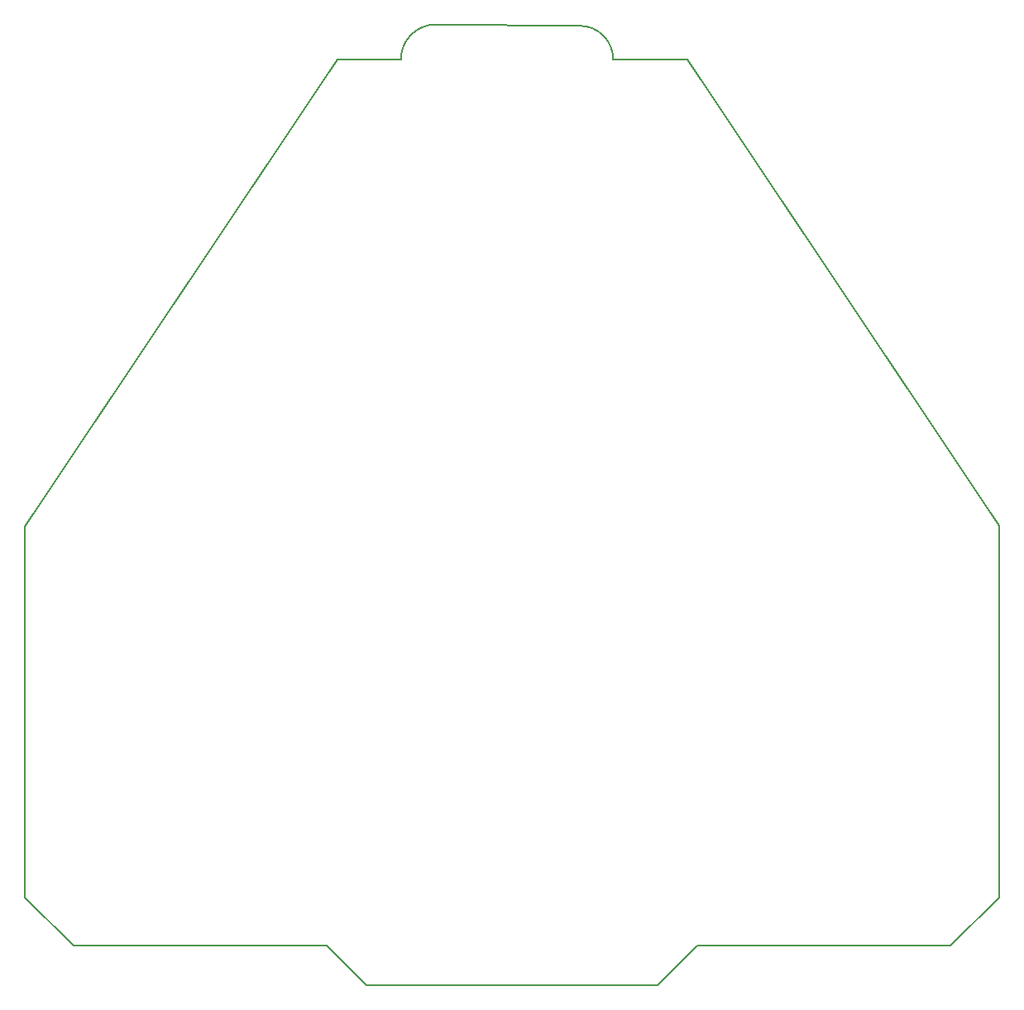
<source format=gm1>
%TF.GenerationSoftware,KiCad,Pcbnew,(5.0.1-3-g963ef8bb5)*%
%TF.CreationDate,2018-11-27T12:33:17+01:00*%
%TF.ProjectId,core,636F72652E6B696361645F7063620000,rev?*%
%TF.SameCoordinates,Original*%
%TF.FileFunction,Profile,NP*%
%FSLAX46Y46*%
G04 Gerber Fmt 4.6, Leading zero omitted, Abs format (unit mm)*
G04 Created by KiCad (PCBNEW (5.0.1-3-g963ef8bb5)) date 2018 November 27, Tuesday 12:33:17*
%MOMM*%
%LPD*%
G01*
G04 APERTURE LIST*
%ADD10C,0.127000*%
G04 APERTURE END LIST*
D10*
X193548000Y-43180000D02*
X208280000Y-43307000D01*
X189992000Y-46736000D02*
X183515000Y-46736000D01*
X189992000Y-46736000D02*
G75*
G02X193548000Y-43180000I3556000J0D01*
G01*
X208280000Y-43307000D02*
G75*
G02X211709000Y-46736000I0J-3429000D01*
G01*
X219329000Y-46736000D02*
X211709000Y-46736000D01*
X151511000Y-94615000D02*
X183515000Y-46736000D01*
X151511000Y-132588000D02*
X151511000Y-94615000D01*
X156464000Y-137541000D02*
X151511000Y-132588000D01*
X182372000Y-137541000D02*
X156464000Y-137541000D01*
X186436000Y-141605000D02*
X182372000Y-137541000D01*
X216281000Y-141605000D02*
X186436000Y-141605000D01*
X220345000Y-137541000D02*
X216281000Y-141605000D01*
X246253000Y-137541000D02*
X220345000Y-137541000D01*
X251206000Y-132588000D02*
X246253000Y-137541000D01*
X251206000Y-94488000D02*
X251206000Y-132588000D01*
X219329000Y-46736000D02*
X251206000Y-94488000D01*
M02*

</source>
